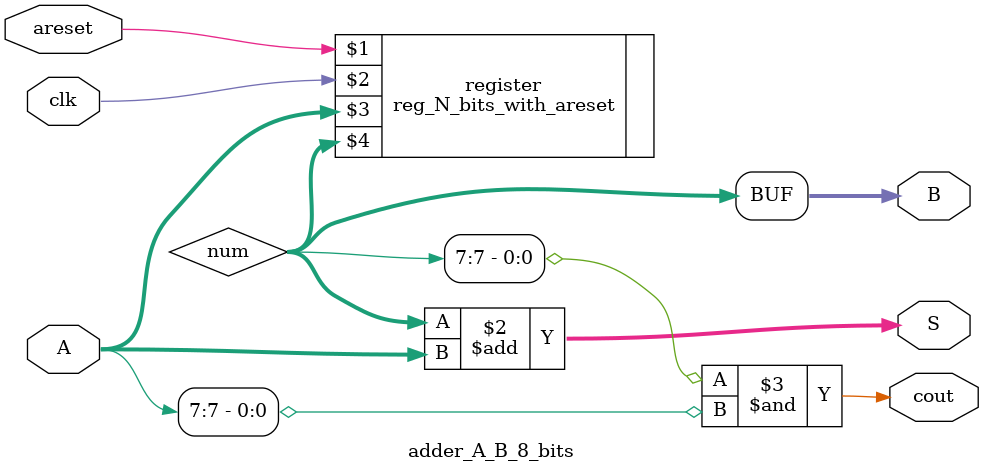
<source format=v>
module adder_A_B_8_bits(
	input areset, clk,
	input [7:0] A,
	output reg [7:0] B,
	output reg cout,
	output reg [7:0] S);
	
	wire [7:0] num;
	
	reg_N_bits_with_areset #(8) register(areset, clk, A, num);
	
	always @(A or num) begin
		S = num + A;
		B = num;
		cout = num[7] & A[7];
	end	
	
endmodule

</source>
